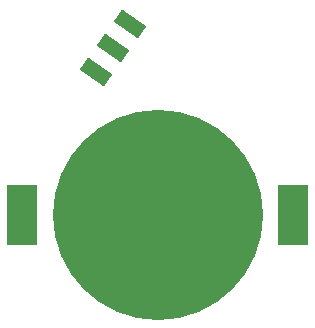
<source format=gbp>
G04 #@! TF.GenerationSoftware,KiCad,Pcbnew,(6.0.0)*
G04 #@! TF.CreationDate,2022-10-06T13:38:40+02:00*
G04 #@! TF.ProjectId,2.0,322e302e-6b69-4636-9164-5f7063625858,rev?*
G04 #@! TF.SameCoordinates,Original*
G04 #@! TF.FileFunction,Paste,Bot*
G04 #@! TF.FilePolarity,Positive*
%FSLAX46Y46*%
G04 Gerber Fmt 4.6, Leading zero omitted, Abs format (unit mm)*
G04 Created by KiCad (PCBNEW (6.0.0)) date 2022-10-06 13:38:40*
%MOMM*%
%LPD*%
G01*
G04 APERTURE LIST*
G04 Aperture macros list*
%AMRotRect*
0 Rectangle, with rotation*
0 The origin of the aperture is its center*
0 $1 length*
0 $2 width*
0 $3 Rotation angle, in degrees counterclockwise*
0 Add horizontal line*
21,1,$1,$2,0,0,$3*%
G04 Aperture macros list end*
%ADD10RotRect,1.250000X2.500000X55.000000*%
%ADD11R,2.500000X5.100000*%
%ADD12C,17.800000*%
G04 APERTURE END LIST*
D10*
X175227827Y-102258495D03*
X176661768Y-100210615D03*
X178095709Y-98162735D03*
D11*
X168976360Y-114345720D03*
D12*
X180426360Y-114345720D03*
D11*
X191876360Y-114345720D03*
M02*

</source>
